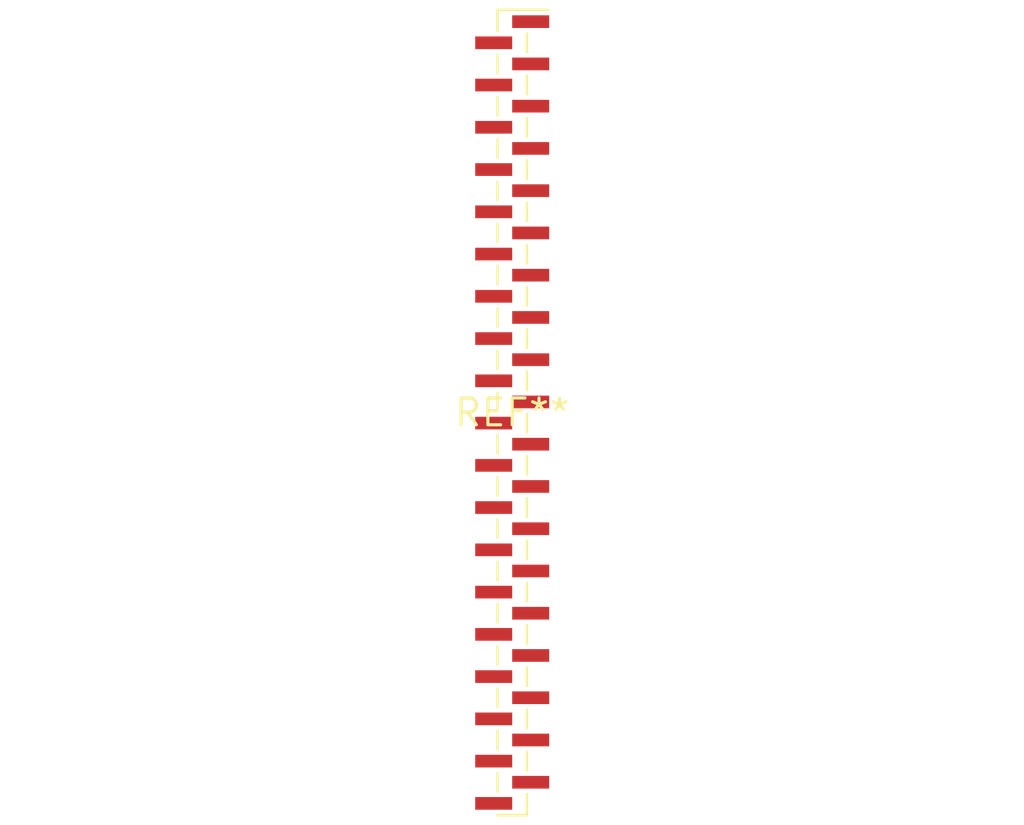
<source format=kicad_pcb>
(kicad_pcb (version 20240108) (generator pcbnew)
  (layers (0 "F.Cu" signal) (31 "B.Cu" signal) (34 "B.Paste" user) (35 "F.Paste" user) (36 "B.SilkS" user "B.Silkscreen") (37 "F.SilkS" user "F.Silkscreen") (38 "B.Mask" user) (39 "F.Mask" user) (44 "Edge.Cuts" user))
  (net 0 "")
  (footprint "PinHeader_1x38_P1.00mm_Vertical_SMD_Pin1Right" (layer "F.Cu") (at 0 0)
    (property "Reference" "REF**")
    (property "Value" "PinHeader_1x38_P1.00mm_Vertical_SMD_Pin1Right")
    (fp_line (start -0.695 -19.06) (end -0.695 -18.06) (layer "F.SilkS") (stroke (width 0.12)))
    (fp_line (start -0.695 -19.06) (end 0.695 -19.06) (layer "F.SilkS") (stroke (width 0.12)))
    (fp_line (start -0.695 -18.94) (end -0.695 -18.06) (layer "F.SilkS") (stroke (width 0.12)))
    (fp_line (start -0.695 -16.94) (end -0.695 -16.06) (layer "F.SilkS") (stroke (width 0.12)))
    (fp_line (start -0.695 -14.94) (end -0.695 -14.06) (layer "F.SilkS") (stroke (width 0.12)))
    (fp_line (start -0.695 -12.94) (end -0.695 -12.06) (layer "F.SilkS") (stroke (width 0.12)))
    (fp_line (start -0.695 -10.94) (end -0.695 -10.06) (layer "F.SilkS") (stroke (width 0.12)))
    (fp_line (start -0.695 -8.94) (end -0.695 -8.06) (layer "F.SilkS") (stroke (width 0.12)))
    (fp_line (start -0.695 -6.94) (end -0.695 -6.06) (layer "F.SilkS") (stroke (width 0.12)))
    (fp_line (start -0.695 -4.94) (end -0.695 -4.06) (layer "F.SilkS") (stroke (width 0.12)))
    (fp_line (start -0.695 -2.94) (end -0.695 -2.06) (layer "F.SilkS") (stroke (width 0.12)))
    (fp_line (start -0.695 -0.94) (end -0.695 -0.06) (layer "F.SilkS") (stroke (width 0.12)))
    (fp_line (start -0.695 1.06) (end -0.695 1.94) (layer "F.SilkS") (stroke (width 0.12)))
    (fp_line (start -0.695 3.06) (end -0.695 3.94) (layer "F.SilkS") (stroke (width 0.12)))
    (fp_line (start -0.695 5.06) (end -0.695 5.94) (layer "F.SilkS") (stroke (width 0.12)))
    (fp_line (start -0.695 7.06) (end -0.695 7.94) (layer "F.SilkS") (stroke (width 0.12)))
    (fp_line (start -0.695 9.06) (end -0.695 9.94) (layer "F.SilkS") (stroke (width 0.12)))
    (fp_line (start -0.695 11.06) (end -0.695 11.94) (layer "F.SilkS") (stroke (width 0.12)))
    (fp_line (start -0.695 13.06) (end -0.695 13.94) (layer "F.SilkS") (stroke (width 0.12)))
    (fp_line (start -0.695 15.06) (end -0.695 15.94) (layer "F.SilkS") (stroke (width 0.12)))
    (fp_line (start -0.695 17.06) (end -0.695 17.94) (layer "F.SilkS") (stroke (width 0.12)))
    (fp_line (start -0.695 19.06) (end -0.695 19.06) (layer "F.SilkS") (stroke (width 0.12)))
    (fp_line (start -0.695 19.06) (end 0.695 19.06) (layer "F.SilkS") (stroke (width 0.12)))
    (fp_line (start 0.695 -19.06) (end 0.695 -19.06) (layer "F.SilkS") (stroke (width 0.12)))
    (fp_line (start 0.695 -19.06) (end 1.69 -19.06) (layer "F.SilkS") (stroke (width 0.12)))
    (fp_line (start 0.695 -17.94) (end 0.695 -17.06) (layer "F.SilkS") (stroke (width 0.12)))
    (fp_line (start 0.695 -15.94) (end 0.695 -15.06) (layer "F.SilkS") (stroke (width 0.12)))
    (fp_line (start 0.695 -13.94) (end 0.695 -13.06) (layer "F.SilkS") (stroke (width 0.12)))
    (fp_line (start 0.695 -11.94) (end 0.695 -11.06) (layer "F.SilkS") (stroke (width 0.12)))
    (fp_line (start 0.695 -9.94) (end 0.695 -9.06) (layer "F.SilkS") (stroke (width 0.12)))
    (fp_line (start 0.695 -7.94) (end 0.695 -7.06) (layer "F.SilkS") (stroke (width 0.12)))
    (fp_line (start 0.695 -5.94) (end 0.695 -5.06) (layer "F.SilkS") (stroke (width 0.12)))
    (fp_line (start 0.695 -3.94) (end 0.695 -3.06) (layer "F.SilkS") (stroke (width 0.12)))
    (fp_line (start 0.695 -1.94) (end 0.695 -1.06) (layer "F.SilkS") (stroke (width 0.12)))
    (fp_line (start 0.695 0.06) (end 0.695 0.94) (layer "F.SilkS") (stroke (width 0.12)))
    (fp_line (start 0.695 2.06) (end 0.695 2.94) (layer "F.SilkS") (stroke (width 0.12)))
    (fp_line (start 0.695 4.06) (end 0.695 4.94) (layer "F.SilkS") (stroke (width 0.12)))
    (fp_line (start 0.695 6.06) (end 0.695 6.94) (layer "F.SilkS") (stroke (width 0.12)))
    (fp_line (start 0.695 8.06) (end 0.695 8.94) (layer "F.SilkS") (stroke (width 0.12)))
    (fp_line (start 0.695 10.06) (end 0.695 10.94) (layer "F.SilkS") (stroke (width 0.12)))
    (fp_line (start 0.695 12.06) (end 0.695 12.94) (layer "F.SilkS") (stroke (width 0.12)))
    (fp_line (start 0.695 14.06) (end 0.695 14.94) (layer "F.SilkS") (stroke (width 0.12)))
    (fp_line (start 0.695 16.06) (end 0.695 16.94) (layer "F.SilkS") (stroke (width 0.12)))
    (fp_line (start 0.695 18.06) (end 0.695 19.06) (layer "F.SilkS") (stroke (width 0.12)))
    (pad "1" smd rect (at 0.875 -18.5) (size 1.75 0.6) (layers "F.Cu" "F.Paste" "F.Mask"))
    (pad "2" smd rect (at -0.875 -17.5) (size 1.75 0.6) (layers "F.Cu" "F.Paste" "F.Mask"))
    (pad "3" smd rect (at 0.875 -16.5) (size 1.75 0.6) (layers "F.Cu" "F.Paste" "F.Mask"))
    (pad "4" smd rect (at -0.875 -15.5) (size 1.75 0.6) (layers "F.Cu" "F.Paste" "F.Mask"))
    (pad "5" smd rect (at 0.875 -14.5) (size 1.75 0.6) (layers "F.Cu" "F.Paste" "F.Mask"))
    (pad "6" smd rect (at -0.875 -13.5) (size 1.75 0.6) (layers "F.Cu" "F.Paste" "F.Mask"))
    (pad "7" smd rect (at 0.875 -12.5) (size 1.75 0.6) (layers "F.Cu" "F.Paste" "F.Mask"))
    (pad "8" smd rect (at -0.875 -11.5) (size 1.75 0.6) (layers "F.Cu" "F.Paste" "F.Mask"))
    (pad "9" smd rect (at 0.875 -10.5) (size 1.75 0.6) (layers "F.Cu" "F.Paste" "F.Mask"))
    (pad "10" smd rect (at -0.875 -9.5) (size 1.75 0.6) (layers "F.Cu" "F.Paste" "F.Mask"))
    (pad "11" smd rect (at 0.875 -8.5) (size 1.75 0.6) (layers "F.Cu" "F.Paste" "F.Mask"))
    (pad "12" smd rect (at -0.875 -7.5) (size 1.75 0.6) (layers "F.Cu" "F.Paste" "F.Mask"))
    (pad "13" smd rect (at 0.875 -6.5) (size 1.75 0.6) (layers "F.Cu" "F.Paste" "F.Mask"))
    (pad "14" smd rect (at -0.875 -5.5) (size 1.75 0.6) (layers "F.Cu" "F.Paste" "F.Mask"))
    (pad "15" smd rect (at 0.875 -4.5) (size 1.75 0.6) (layers "F.Cu" "F.Paste" "F.Mask"))
    (pad "16" smd rect (at -0.875 -3.5) (size 1.75 0.6) (layers "F.Cu" "F.Paste" "F.Mask"))
    (pad "17" smd rect (at 0.875 -2.5) (size 1.75 0.6) (layers "F.Cu" "F.Paste" "F.Mask"))
    (pad "18" smd rect (at -0.875 -1.5) (size 1.75 0.6) (layers "F.Cu" "F.Paste" "F.Mask"))
    (pad "19" smd rect (at 0.875 -0.5) (size 1.75 0.6) (layers "F.Cu" "F.Paste" "F.Mask"))
    (pad "20" smd rect (at -0.875 0.5) (size 1.75 0.6) (layers "F.Cu" "F.Paste" "F.Mask"))
    (pad "21" smd rect (at 0.875 1.5) (size 1.75 0.6) (layers "F.Cu" "F.Paste" "F.Mask"))
    (pad "22" smd rect (at -0.875 2.5) (size 1.75 0.6) (layers "F.Cu" "F.Paste" "F.Mask"))
    (pad "23" smd rect (at 0.875 3.5) (size 1.75 0.6) (layers "F.Cu" "F.Paste" "F.Mask"))
    (pad "24" smd rect (at -0.875 4.5) (size 1.75 0.6) (layers "F.Cu" "F.Paste" "F.Mask"))
    (pad "25" smd rect (at 0.875 5.5) (size 1.75 0.6) (layers "F.Cu" "F.Paste" "F.Mask"))
    (pad "26" smd rect (at -0.875 6.5) (size 1.75 0.6) (layers "F.Cu" "F.Paste" "F.Mask"))
    (pad "27" smd rect (at 0.875 7.5) (size 1.75 0.6) (layers "F.Cu" "F.Paste" "F.Mask"))
    (pad "28" smd rect (at -0.875 8.5) (size 1.75 0.6) (layers "F.Cu" "F.Paste" "F.Mask"))
    (pad "29" smd rect (at 0.875 9.5) (size 1.75 0.6) (layers "F.Cu" "F.Paste" "F.Mask"))
    (pad "30" smd rect (at -0.875 10.5) (size 1.75 0.6) (layers "F.Cu" "F.Paste" "F.Mask"))
    (pad "31" smd rect (at 0.875 11.5) (size 1.75 0.6) (layers "F.Cu" "F.Paste" "F.Mask"))
    (pad "32" smd rect (at -0.875 12.5) (size 1.75 0.6) (layers "F.Cu" "F.Paste" "F.Mask"))
    (pad "33" smd rect (at 0.875 13.5) (size 1.75 0.6) (layers "F.Cu" "F.Paste" "F.Mask"))
    (pad "34" smd rect (at -0.875 14.5) (size 1.75 0.6) (layers "F.Cu" "F.Paste" "F.Mask"))
    (pad "35" smd rect (at 0.875 15.5) (size 1.75 0.6) (layers "F.Cu" "F.Paste" "F.Mask"))
    (pad "36" smd rect (at -0.875 16.5) (size 1.75 0.6) (layers "F.Cu" "F.Paste" "F.Mask"))
    (pad "37" smd rect (at 0.875 17.5) (size 1.75 0.6) (layers "F.Cu" "F.Paste" "F.Mask"))
    (pad "38" smd rect (at -0.875 18.5) (size 1.75 0.6) (layers "F.Cu" "F.Paste" "F.Mask"))
  )
)
</source>
